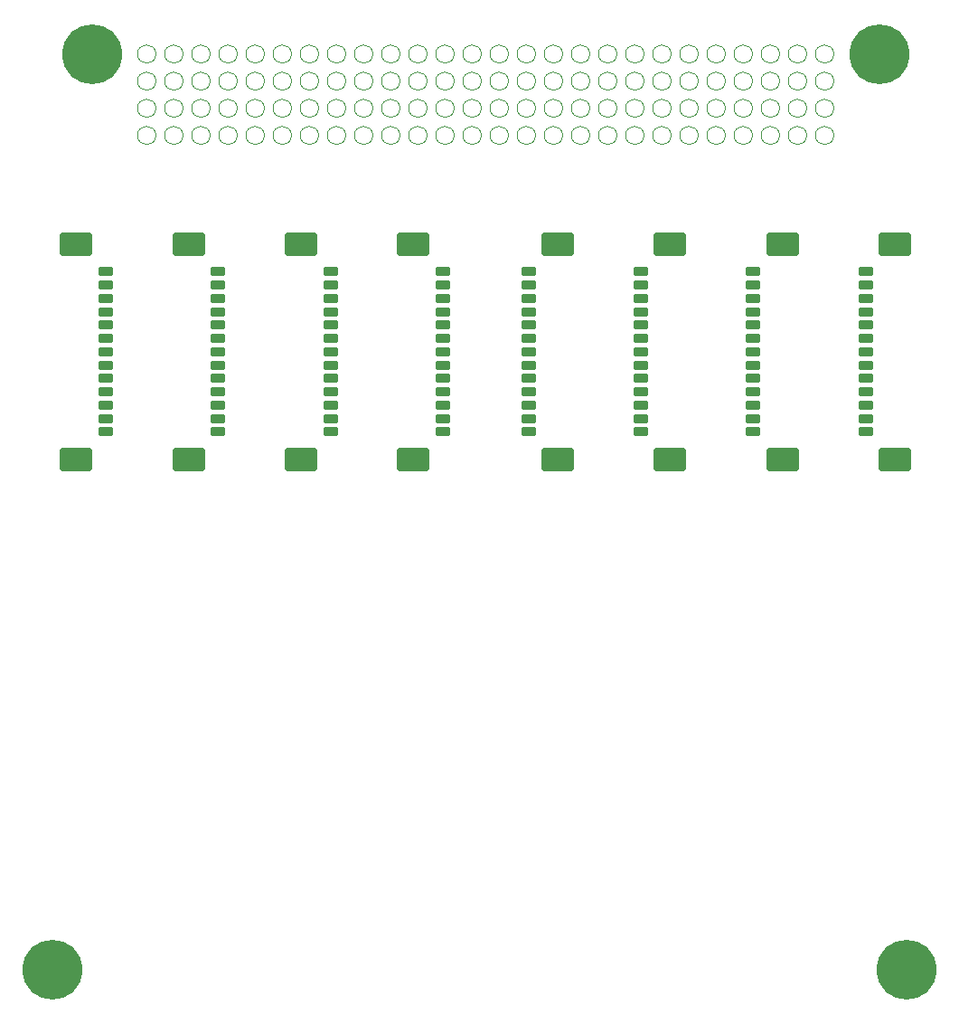
<source format=gbs>
G04 #@! TF.GenerationSoftware,KiCad,Pcbnew,7.0.9-1.fc38*
G04 #@! TF.CreationDate,2023-11-17T02:49:10-03:00*
G04 #@! TF.ProjectId,pc104-adapter-top,70633130-342d-4616-9461-707465722d74,v2.1*
G04 #@! TF.SameCoordinates,Original*
G04 #@! TF.FileFunction,Soldermask,Bot*
G04 #@! TF.FilePolarity,Negative*
%FSLAX46Y46*%
G04 Gerber Fmt 4.6, Leading zero omitted, Abs format (unit mm)*
G04 Created by KiCad (PCBNEW 7.0.9-1.fc38) date 2023-11-17 02:49:10*
%MOMM*%
%LPD*%
G01*
G04 APERTURE LIST*
G04 Aperture macros list*
%AMRoundRect*
0 Rectangle with rounded corners*
0 $1 Rounding radius*
0 $2 $3 $4 $5 $6 $7 $8 $9 X,Y pos of 4 corners*
0 Add a 4 corners polygon primitive as box body*
4,1,4,$2,$3,$4,$5,$6,$7,$8,$9,$2,$3,0*
0 Add four circle primitives for the rounded corners*
1,1,$1+$1,$2,$3*
1,1,$1+$1,$4,$5*
1,1,$1+$1,$6,$7*
1,1,$1+$1,$8,$9*
0 Add four rect primitives between the rounded corners*
20,1,$1+$1,$2,$3,$4,$5,0*
20,1,$1+$1,$4,$5,$6,$7,0*
20,1,$1+$1,$6,$7,$8,$9,0*
20,1,$1+$1,$8,$9,$2,$3,0*%
G04 Aperture macros list end*
%ADD10C,0.100000*%
%ADD11C,5.600000*%
%ADD12RoundRect,0.250000X0.450000X-0.200000X0.450000X0.200000X-0.450000X0.200000X-0.450000X-0.200000X0*%
%ADD13RoundRect,0.300001X1.249999X-0.799999X1.249999X0.799999X-1.249999X0.799999X-1.249999X-0.799999X0*%
%ADD14RoundRect,0.250000X-0.450000X0.200000X-0.450000X-0.200000X0.450000X-0.200000X0.450000X0.200000X0*%
%ADD15RoundRect,0.300001X-1.249999X0.799999X-1.249999X-0.799999X1.249999X-0.799999X1.249999X0.799999X0*%
G04 APERTURE END LIST*
D10*
X116011000Y-54636000D02*
G75*
G03*
X116011000Y-54636000I-861000J0D01*
G01*
X116011000Y-57176000D02*
G75*
G03*
X116011000Y-57176000I-861000J0D01*
G01*
X118551000Y-54636000D02*
G75*
G03*
X118551000Y-54636000I-861000J0D01*
G01*
X118551000Y-57176000D02*
G75*
G03*
X118551000Y-57176000I-861000J0D01*
G01*
X121091000Y-54636000D02*
G75*
G03*
X121091000Y-54636000I-861000J0D01*
G01*
X121091000Y-57176000D02*
G75*
G03*
X121091000Y-57176000I-861000J0D01*
G01*
X123631000Y-54636000D02*
G75*
G03*
X123631000Y-54636000I-861000J0D01*
G01*
X123631000Y-57176000D02*
G75*
G03*
X123631000Y-57176000I-861000J0D01*
G01*
X126171000Y-54636000D02*
G75*
G03*
X126171000Y-54636000I-861000J0D01*
G01*
X126171000Y-57176000D02*
G75*
G03*
X126171000Y-57176000I-861000J0D01*
G01*
X128711000Y-54636000D02*
G75*
G03*
X128711000Y-54636000I-861000J0D01*
G01*
X128711000Y-57176000D02*
G75*
G03*
X128711000Y-57176000I-861000J0D01*
G01*
X131251000Y-54636000D02*
G75*
G03*
X131251000Y-54636000I-861000J0D01*
G01*
X131251000Y-57176000D02*
G75*
G03*
X131251000Y-57176000I-861000J0D01*
G01*
X133791000Y-54636000D02*
G75*
G03*
X133791000Y-54636000I-861000J0D01*
G01*
X133791000Y-57176000D02*
G75*
G03*
X133791000Y-57176000I-861000J0D01*
G01*
X136331000Y-54636000D02*
G75*
G03*
X136331000Y-54636000I-861000J0D01*
G01*
X136331000Y-57176000D02*
G75*
G03*
X136331000Y-57176000I-861000J0D01*
G01*
X138871000Y-54636000D02*
G75*
G03*
X138871000Y-54636000I-861000J0D01*
G01*
X138871000Y-57176000D02*
G75*
G03*
X138871000Y-57176000I-861000J0D01*
G01*
X141411000Y-54636000D02*
G75*
G03*
X141411000Y-54636000I-861000J0D01*
G01*
X141411000Y-57176000D02*
G75*
G03*
X141411000Y-57176000I-861000J0D01*
G01*
X143951000Y-54636000D02*
G75*
G03*
X143951000Y-54636000I-861000J0D01*
G01*
X143951000Y-57176000D02*
G75*
G03*
X143951000Y-57176000I-861000J0D01*
G01*
X146491000Y-54636000D02*
G75*
G03*
X146491000Y-54636000I-861000J0D01*
G01*
X146491000Y-57176000D02*
G75*
G03*
X146491000Y-57176000I-861000J0D01*
G01*
X149031000Y-54636000D02*
G75*
G03*
X149031000Y-54636000I-861000J0D01*
G01*
X149031000Y-57176000D02*
G75*
G03*
X149031000Y-57176000I-861000J0D01*
G01*
X151571000Y-54636000D02*
G75*
G03*
X151571000Y-54636000I-861000J0D01*
G01*
X151571000Y-57176000D02*
G75*
G03*
X151571000Y-57176000I-861000J0D01*
G01*
X154111000Y-54636000D02*
G75*
G03*
X154111000Y-54636000I-861000J0D01*
G01*
X154111000Y-57176000D02*
G75*
G03*
X154111000Y-57176000I-861000J0D01*
G01*
X156651000Y-54636000D02*
G75*
G03*
X156651000Y-54636000I-861000J0D01*
G01*
X156651000Y-57176000D02*
G75*
G03*
X156651000Y-57176000I-861000J0D01*
G01*
X159191000Y-54636000D02*
G75*
G03*
X159191000Y-54636000I-861000J0D01*
G01*
X159191000Y-57176000D02*
G75*
G03*
X159191000Y-57176000I-861000J0D01*
G01*
X161731000Y-54636000D02*
G75*
G03*
X161731000Y-54636000I-861000J0D01*
G01*
X161731000Y-57176000D02*
G75*
G03*
X161731000Y-57176000I-861000J0D01*
G01*
X164271000Y-54636000D02*
G75*
G03*
X164271000Y-54636000I-861000J0D01*
G01*
X164271000Y-57176000D02*
G75*
G03*
X164271000Y-57176000I-861000J0D01*
G01*
X166811000Y-54636000D02*
G75*
G03*
X166811000Y-54636000I-861000J0D01*
G01*
X166811000Y-57176000D02*
G75*
G03*
X166811000Y-57176000I-861000J0D01*
G01*
X169351000Y-54636000D02*
G75*
G03*
X169351000Y-54636000I-861000J0D01*
G01*
X169351000Y-57176000D02*
G75*
G03*
X169351000Y-57176000I-861000J0D01*
G01*
X171891000Y-54636000D02*
G75*
G03*
X171891000Y-54636000I-861000J0D01*
G01*
X171891000Y-57176000D02*
G75*
G03*
X171891000Y-57176000I-861000J0D01*
G01*
X174431000Y-54636000D02*
G75*
G03*
X174431000Y-54636000I-861000J0D01*
G01*
X174431000Y-57176000D02*
G75*
G03*
X174431000Y-57176000I-861000J0D01*
G01*
X176971000Y-54636000D02*
G75*
G03*
X176971000Y-54636000I-861000J0D01*
G01*
X176971000Y-57176000D02*
G75*
G03*
X176971000Y-57176000I-861000J0D01*
G01*
X179511000Y-54636000D02*
G75*
G03*
X179511000Y-54636000I-861000J0D01*
G01*
X179511000Y-57176000D02*
G75*
G03*
X179511000Y-57176000I-861000J0D01*
G01*
X116011000Y-59716000D02*
G75*
G03*
X116011000Y-59716000I-861000J0D01*
G01*
X116011000Y-62256000D02*
G75*
G03*
X116011000Y-62256000I-861000J0D01*
G01*
X118551000Y-59716000D02*
G75*
G03*
X118551000Y-59716000I-861000J0D01*
G01*
X118551000Y-62256000D02*
G75*
G03*
X118551000Y-62256000I-861000J0D01*
G01*
X121091000Y-59716000D02*
G75*
G03*
X121091000Y-59716000I-861000J0D01*
G01*
X121091000Y-62256000D02*
G75*
G03*
X121091000Y-62256000I-861000J0D01*
G01*
X123631000Y-59716000D02*
G75*
G03*
X123631000Y-59716000I-861000J0D01*
G01*
X123631000Y-62256000D02*
G75*
G03*
X123631000Y-62256000I-861000J0D01*
G01*
X126171000Y-59716000D02*
G75*
G03*
X126171000Y-59716000I-861000J0D01*
G01*
X126171000Y-62256000D02*
G75*
G03*
X126171000Y-62256000I-861000J0D01*
G01*
X128711000Y-59716000D02*
G75*
G03*
X128711000Y-59716000I-861000J0D01*
G01*
X128711000Y-62256000D02*
G75*
G03*
X128711000Y-62256000I-861000J0D01*
G01*
X131251000Y-59716000D02*
G75*
G03*
X131251000Y-59716000I-861000J0D01*
G01*
X131251000Y-62256000D02*
G75*
G03*
X131251000Y-62256000I-861000J0D01*
G01*
X133791000Y-59716000D02*
G75*
G03*
X133791000Y-59716000I-861000J0D01*
G01*
X133791000Y-62256000D02*
G75*
G03*
X133791000Y-62256000I-861000J0D01*
G01*
X136331000Y-59716000D02*
G75*
G03*
X136331000Y-59716000I-861000J0D01*
G01*
X136331000Y-62256000D02*
G75*
G03*
X136331000Y-62256000I-861000J0D01*
G01*
X138871000Y-59716000D02*
G75*
G03*
X138871000Y-59716000I-861000J0D01*
G01*
X138871000Y-62256000D02*
G75*
G03*
X138871000Y-62256000I-861000J0D01*
G01*
X141411000Y-59716000D02*
G75*
G03*
X141411000Y-59716000I-861000J0D01*
G01*
X141411000Y-62256000D02*
G75*
G03*
X141411000Y-62256000I-861000J0D01*
G01*
X143951000Y-59716000D02*
G75*
G03*
X143951000Y-59716000I-861000J0D01*
G01*
X143951000Y-62256000D02*
G75*
G03*
X143951000Y-62256000I-861000J0D01*
G01*
X146491000Y-59716000D02*
G75*
G03*
X146491000Y-59716000I-861000J0D01*
G01*
X146491000Y-62256000D02*
G75*
G03*
X146491000Y-62256000I-861000J0D01*
G01*
X149031000Y-59716000D02*
G75*
G03*
X149031000Y-59716000I-861000J0D01*
G01*
X149031000Y-62256000D02*
G75*
G03*
X149031000Y-62256000I-861000J0D01*
G01*
X151571000Y-59716000D02*
G75*
G03*
X151571000Y-59716000I-861000J0D01*
G01*
X151571000Y-62256000D02*
G75*
G03*
X151571000Y-62256000I-861000J0D01*
G01*
X154111000Y-59716000D02*
G75*
G03*
X154111000Y-59716000I-861000J0D01*
G01*
X154111000Y-62256000D02*
G75*
G03*
X154111000Y-62256000I-861000J0D01*
G01*
X156651000Y-59716000D02*
G75*
G03*
X156651000Y-59716000I-861000J0D01*
G01*
X156651000Y-62256000D02*
G75*
G03*
X156651000Y-62256000I-861000J0D01*
G01*
X159191000Y-59716000D02*
G75*
G03*
X159191000Y-59716000I-861000J0D01*
G01*
X159191000Y-62256000D02*
G75*
G03*
X159191000Y-62256000I-861000J0D01*
G01*
X161731000Y-59716000D02*
G75*
G03*
X161731000Y-59716000I-861000J0D01*
G01*
X161731000Y-62256000D02*
G75*
G03*
X161731000Y-62256000I-861000J0D01*
G01*
X164271000Y-59716000D02*
G75*
G03*
X164271000Y-59716000I-861000J0D01*
G01*
X164271000Y-62256000D02*
G75*
G03*
X164271000Y-62256000I-861000J0D01*
G01*
X166811000Y-59716000D02*
G75*
G03*
X166811000Y-59716000I-861000J0D01*
G01*
X166811000Y-62256000D02*
G75*
G03*
X166811000Y-62256000I-861000J0D01*
G01*
X169351000Y-59716000D02*
G75*
G03*
X169351000Y-59716000I-861000J0D01*
G01*
X169351000Y-62256000D02*
G75*
G03*
X169351000Y-62256000I-861000J0D01*
G01*
X171891000Y-59716000D02*
G75*
G03*
X171891000Y-59716000I-861000J0D01*
G01*
X171891000Y-62256000D02*
G75*
G03*
X171891000Y-62256000I-861000J0D01*
G01*
X174431000Y-59716000D02*
G75*
G03*
X174431000Y-59716000I-861000J0D01*
G01*
X174431000Y-62256000D02*
G75*
G03*
X174431000Y-62256000I-861000J0D01*
G01*
X176971000Y-59716000D02*
G75*
G03*
X176971000Y-59716000I-861000J0D01*
G01*
X176971000Y-62256000D02*
G75*
G03*
X176971000Y-62256000I-861000J0D01*
G01*
X179511000Y-59716000D02*
G75*
G03*
X179511000Y-59716000I-861000J0D01*
G01*
X179511000Y-62256000D02*
G75*
G03*
X179511000Y-62256000I-861000J0D01*
G01*
D11*
X110050000Y-54636000D03*
X183750000Y-54636000D03*
X106350000Y-140336000D03*
X186350000Y-140336000D03*
D12*
X121835000Y-90000000D03*
X121835000Y-88750000D03*
X121835000Y-87500000D03*
X121835000Y-86250000D03*
X121835000Y-85000000D03*
X121835000Y-83750000D03*
X121835000Y-82500000D03*
X121835000Y-81250000D03*
X121835000Y-80000000D03*
X121835000Y-78750000D03*
X121835000Y-77500000D03*
X121835000Y-76250000D03*
X121835000Y-75000000D03*
D13*
X119085000Y-92550000D03*
X119085000Y-72450000D03*
D12*
X142884000Y-90000000D03*
X142884000Y-88750000D03*
X142884000Y-87500000D03*
X142884000Y-86250000D03*
X142884000Y-85000000D03*
X142884000Y-83750000D03*
X142884000Y-82500000D03*
X142884000Y-81250000D03*
X142884000Y-80000000D03*
X142884000Y-78750000D03*
X142884000Y-77500000D03*
X142884000Y-76250000D03*
X142884000Y-75000000D03*
D13*
X140134000Y-92550000D03*
X140134000Y-72450000D03*
D14*
X161433000Y-75000000D03*
X161433000Y-76250000D03*
X161433000Y-77500000D03*
X161433000Y-78750000D03*
X161433000Y-80000000D03*
X161433000Y-81250000D03*
X161433000Y-82500000D03*
X161433000Y-83750000D03*
X161433000Y-85000000D03*
X161433000Y-86250000D03*
X161433000Y-87500000D03*
X161433000Y-88750000D03*
X161433000Y-90000000D03*
D15*
X164183000Y-72450000D03*
X164183000Y-92550000D03*
D14*
X171958000Y-75000000D03*
X171958000Y-76250000D03*
X171958000Y-77500000D03*
X171958000Y-78750000D03*
X171958000Y-80000000D03*
X171958000Y-81250000D03*
X171958000Y-82500000D03*
X171958000Y-83750000D03*
X171958000Y-85000000D03*
X171958000Y-86250000D03*
X171958000Y-87500000D03*
X171958000Y-88750000D03*
X171958000Y-90000000D03*
D15*
X174708000Y-72450000D03*
X174708000Y-92550000D03*
D12*
X111310000Y-90000000D03*
X111310000Y-88750000D03*
X111310000Y-87500000D03*
X111310000Y-86250000D03*
X111310000Y-85000000D03*
X111310000Y-83750000D03*
X111310000Y-82500000D03*
X111310000Y-81250000D03*
X111310000Y-80000000D03*
X111310000Y-78750000D03*
X111310000Y-77500000D03*
X111310000Y-76250000D03*
X111310000Y-75000000D03*
D13*
X108560000Y-92550000D03*
X108560000Y-72450000D03*
D12*
X132359000Y-90000000D03*
X132359000Y-88750000D03*
X132359000Y-87500000D03*
X132359000Y-86250000D03*
X132359000Y-85000000D03*
X132359000Y-83750000D03*
X132359000Y-82500000D03*
X132359000Y-81250000D03*
X132359000Y-80000000D03*
X132359000Y-78750000D03*
X132359000Y-77500000D03*
X132359000Y-76250000D03*
X132359000Y-75000000D03*
D13*
X129609000Y-92550000D03*
X129609000Y-72450000D03*
D14*
X150908000Y-75000000D03*
X150908000Y-76250000D03*
X150908000Y-77500000D03*
X150908000Y-78750000D03*
X150908000Y-80000000D03*
X150908000Y-81250000D03*
X150908000Y-82500000D03*
X150908000Y-83750000D03*
X150908000Y-85000000D03*
X150908000Y-86250000D03*
X150908000Y-87500000D03*
X150908000Y-88750000D03*
X150908000Y-90000000D03*
D15*
X153658000Y-72450000D03*
X153658000Y-92550000D03*
D14*
X182482000Y-75000000D03*
X182482000Y-76250000D03*
X182482000Y-77500000D03*
X182482000Y-78750000D03*
X182482000Y-80000000D03*
X182482000Y-81250000D03*
X182482000Y-82500000D03*
X182482000Y-83750000D03*
X182482000Y-85000000D03*
X182482000Y-86250000D03*
X182482000Y-87500000D03*
X182482000Y-88750000D03*
X182482000Y-90000000D03*
D15*
X185232000Y-72450000D03*
X185232000Y-92550000D03*
M02*

</source>
